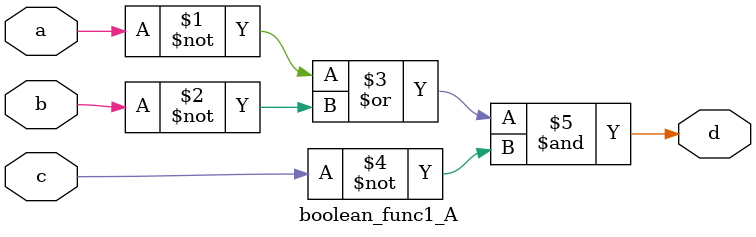
<source format=v>
`timescale 1ns / 1ps

module boolean_func1_A(a, b, c, d);
    input a, b, c;
    output d;

    assign d = ((~a)|(~b))&(~c);
endmodule

</source>
